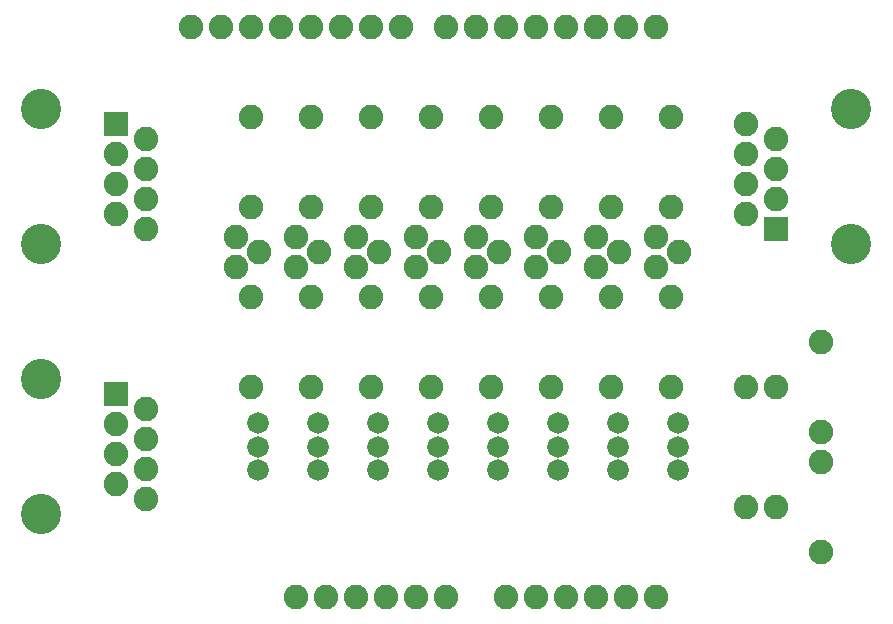
<source format=gbs>
G75*
G70*
%OFA0B0*%
%FSLAX24Y24*%
%IPPOS*%
%LPD*%
%AMOC8*
5,1,8,0,0,1.08239X$1,22.5*
%
%ADD10C,0.0820*%
%ADD11C,0.1340*%
%ADD12R,0.0820X0.0820*%
%ADD13C,0.0720*%
D10*
X009759Y004911D03*
X010759Y004411D03*
X010759Y005411D03*
X009759Y005911D03*
X010759Y006411D03*
X009759Y006911D03*
X010759Y007411D03*
X014259Y008161D03*
X016259Y008161D03*
X018259Y008161D03*
X020259Y008161D03*
X022259Y008161D03*
X024259Y008161D03*
X026259Y008161D03*
X028259Y008161D03*
X030759Y008161D03*
X031759Y008161D03*
X033259Y006661D03*
X033259Y005661D03*
X031759Y004161D03*
X030759Y004161D03*
X033259Y002661D03*
X027759Y001161D03*
X026759Y001161D03*
X025759Y001161D03*
X024759Y001161D03*
X023759Y001161D03*
X022759Y001161D03*
X020759Y001161D03*
X019759Y001161D03*
X018759Y001161D03*
X017759Y001161D03*
X016759Y001161D03*
X015759Y001161D03*
X016259Y011161D03*
X015759Y012161D03*
X016509Y012661D03*
X015759Y013161D03*
X014509Y012661D03*
X013759Y012161D03*
X013759Y013161D03*
X014259Y014161D03*
X016259Y014161D03*
X017759Y013161D03*
X018509Y012661D03*
X017759Y012161D03*
X018259Y011161D03*
X019759Y012161D03*
X020509Y012661D03*
X019759Y013161D03*
X020259Y014161D03*
X021759Y013161D03*
X022509Y012661D03*
X021759Y012161D03*
X022259Y011161D03*
X023759Y012161D03*
X024509Y012661D03*
X023759Y013161D03*
X024259Y014161D03*
X025759Y013161D03*
X026509Y012661D03*
X025759Y012161D03*
X026259Y011161D03*
X027759Y012161D03*
X028509Y012661D03*
X027759Y013161D03*
X028259Y014161D03*
X026259Y014161D03*
X022259Y014161D03*
X018259Y014161D03*
X018259Y017161D03*
X020259Y017161D03*
X022259Y017161D03*
X024259Y017161D03*
X026259Y017161D03*
X028259Y017161D03*
X030759Y016911D03*
X031759Y016411D03*
X030759Y015911D03*
X031759Y015411D03*
X030759Y014911D03*
X031759Y014411D03*
X030759Y013911D03*
X028259Y011161D03*
X024259Y011161D03*
X020259Y011161D03*
X014259Y011161D03*
X010759Y013411D03*
X009759Y013911D03*
X010759Y014411D03*
X009759Y014911D03*
X010759Y015411D03*
X009759Y015911D03*
X010759Y016411D03*
X014259Y017161D03*
X016259Y017161D03*
X016259Y020161D03*
X017259Y020161D03*
X018259Y020161D03*
X019259Y020161D03*
X020759Y020161D03*
X021759Y020161D03*
X022759Y020161D03*
X023759Y020161D03*
X024759Y020161D03*
X025759Y020161D03*
X026759Y020161D03*
X027759Y020161D03*
X015259Y020161D03*
X014259Y020161D03*
X013259Y020161D03*
X012259Y020161D03*
X033259Y009661D03*
D11*
X007259Y003911D03*
X007259Y008411D03*
X007259Y012911D03*
X007259Y017411D03*
X034259Y017411D03*
X034259Y012911D03*
D12*
X031759Y013411D03*
X009759Y016911D03*
X009759Y007911D03*
D13*
X014475Y006949D03*
X014475Y006161D03*
X014475Y005374D03*
X016475Y005374D03*
X016475Y006161D03*
X016475Y006949D03*
X018475Y006949D03*
X018475Y006161D03*
X018475Y005374D03*
X020475Y005374D03*
X020475Y006161D03*
X020475Y006949D03*
X022475Y006949D03*
X022475Y006161D03*
X022475Y005374D03*
X024475Y005374D03*
X024475Y006161D03*
X024475Y006949D03*
X026475Y006949D03*
X026475Y006161D03*
X026475Y005374D03*
X028475Y005374D03*
X028475Y006161D03*
X028475Y006949D03*
M02*

</source>
